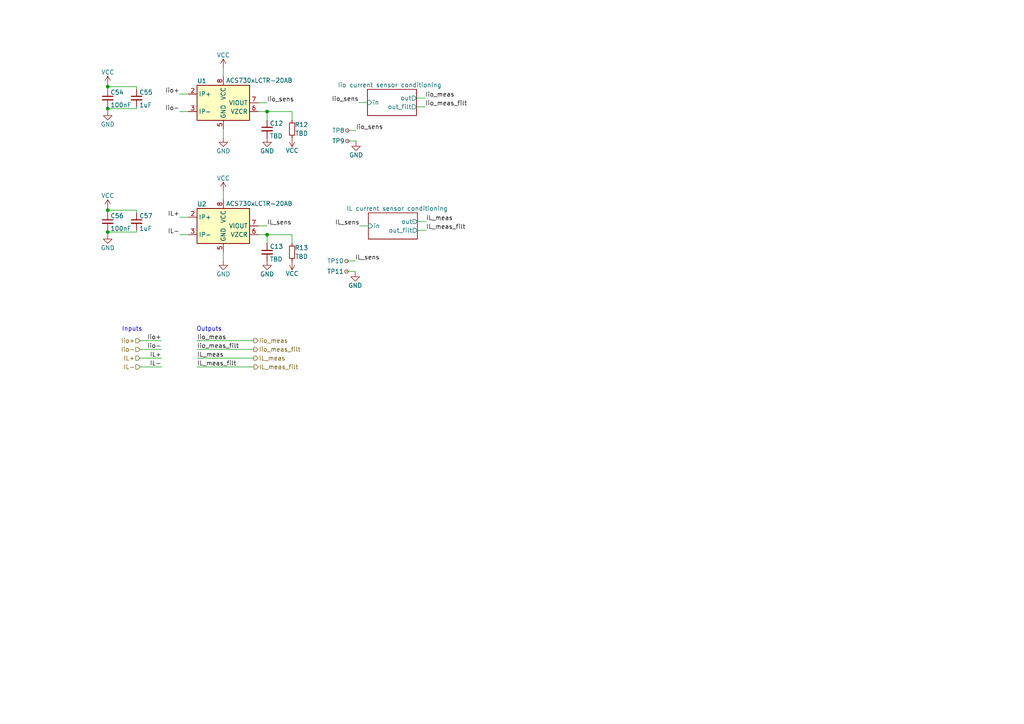
<source format=kicad_sch>
(kicad_sch (version 20211123) (generator eeschema)
  (paper "A4")
  (lib_symbols
    (symbol "Connector:TestPoint_Small" (pin_numbers hide) (pin_names (offset 0.762) hide)
      (property "Reference" "TP" (at 0 3.81 0))
      (property "Value" "TestPoint_Small" (at 0 2.032 0))
      (symbol "TestPoint_Small_0_1"
        (circle (center 0 0) (radius 0.508))
      )
      (symbol "TestPoint_Small_1_1"
        (pin passive line (at 0 0 90) (length 0) (name "1") (number "1"))
      )
    )
    (symbol "Device:C_Small" (pin_numbers hide) (pin_names (offset 0.254) hide)
      (property "Reference" "C" (at 0.254 1.778 0))
      (property "Value" "C_Small" (at 0.254 -2.032 0))
      (symbol "C_Small_0_1"
        (polyline (pts (xy -1.524 -0.508) (xy 1.524 -0.508)) (stroke (width 0.3302)))
        (polyline (pts (xy -1.524 0.508) (xy 1.524 0.508)) (stroke (width 0.3048)))
      )
      (symbol "C_Small_1_1"
        (pin passive line (at 0 2.54 270) (length 2.032) (name "~") (number "1"))
        (pin passive line (at 0 -2.54 90) (length 2.032) (name "~") (number "2"))
      )
    )
    (symbol "Device:R_Small" (pin_numbers hide) (pin_names (offset 0.254) hide)
      (property "Reference" "R" (at 0.762 0.508 0))
      (property "Value" "R_Small" (at 0.762 -1.016 0))
      (symbol "R_Small_0_1"
        (rectangle (start -0.762 1.778) (end 0.762 -1.778) (stroke (width 0.2032)))
      )
      (symbol "R_Small_1_1"
        (pin passive line (at 0 2.54 270) (length 0.762) (name "~") (number "1"))
        (pin passive line (at 0 -2.54 90) (length 0.762) (name "~") (number "2"))
      )
    )
    (symbol "Sensor_Current:ACS730xLCTR-20AB"
      (property "Reference" "U" (at -7.62 6.35 0))
      (property "Value" "ACS730xLCTR-20AB" (at 1.27 6.35 0))
      (symbol "ACS730xLCTR-20AB_0_1"
        (rectangle (start -7.62 5.08) (end 7.62 -5.08) (stroke (width 0.254)) (fill (type background)))
      )
      (symbol "ACS730xLCTR-20AB_1_1"
        (pin passive line (at -10.16 2.54 0) (length 2.54) hide (name "IP+") (number "1"))
        (pin passive line (at -10.16 2.54 0) (length 2.54) (name "IP+") (number "2"))
        (pin passive line (at -10.16 -2.54 0) (length 2.54) (name "IP-") (number "3"))
        (pin passive line (at -10.16 -2.54 0) (length 2.54) hide (name "IP-") (number "4"))
        (pin power_in line (at 0 -7.62 90) (length 2.54) (name "GND") (number "5"))
        (pin passive line (at 10.16 -2.54 180) (length 2.54) (name "VZCR") (number "6"))
        (pin output line (at 10.16 0 180) (length 2.54) (name "VIOUT") (number "7"))
        (pin power_in line (at 0 7.62 270) (length 2.54) (name "VCC") (number "8"))
      )
    )
    (symbol "power:GND" (power) (pin_names (offset 0))
      (property "Value" "GND" (at 0 -3.81 0))
      (symbol "GND_0_1"
        (polyline (pts (xy 0 0) (xy 0 -1.27) (xy 1.27 -1.27) (xy 0 -2.54) (xy -1.27 -1.27) (xy 0 -1.27)))
      )
      (symbol "GND_1_1"
        (pin power_in line (at 0 0 270) (length 0) hide (name "GND") (number "1"))
      )
    )
    (symbol "power:VCC" (power) (pin_names (offset 0))
      (property "Value" "VCC" (at 0 3.81 0))
      (symbol "VCC_0_1"
        (polyline (pts (xy -0.762 1.27) (xy 0 2.54)))
        (polyline (pts (xy 0 0) (xy 0 2.54)))
        (polyline (pts (xy 0 2.54) (xy 0.762 1.27)))
      )
      (symbol "VCC_1_1"
        (pin power_in line (at 0 0 90) (length 0) hide (name "VCC") (number "1"))
      )
    )
  )
  (junction (at 31.242 25.146))
  (junction (at 77.47 32.3596))
  (junction (at 31.242 60.96))
  (junction (at 31.242 67.31))
  (junction (at 77.47 68.072))
  (junction (at 31.242 31.496))
  (wire (pts (xy 74.93 65.532) (xy 77.47 65.532)))
  (wire (pts (xy 39.624 30.988) (xy 39.624 31.496)))
  (wire (pts (xy 39.624 66.802) (xy 39.624 67.31)))
  (wire (pts (xy 39.624 25.908) (xy 39.624 25.146)))
  (wire (pts (xy 64.77 73.152) (xy 64.77 75.692)))
  (wire (pts (xy 31.242 31.496) (xy 31.242 32.258)))
  (wire (pts (xy 100.4824 75.692) (xy 103.0224 75.692)))
  (wire (pts (xy 77.47 68.072) (xy 84.709 68.072)))
  (wire (pts (xy 52.07 68.072) (xy 54.61 68.072)))
  (wire (pts (xy 120.8024 30.988) (xy 123.3424 30.988)))
  (wire (pts (xy 31.242 60.452) (xy 31.242 60.96)))
  (wire (pts (xy 46.8376 106.426) (xy 40.64 106.426)))
  (wire (pts (xy 64.77 19.6596) (xy 64.77 22.1996)))
  (wire (pts (xy 77.47 32.3596) (xy 84.709 32.3596)))
  (wire (pts (xy 104.0384 29.718) (xy 106.5784 29.718)))
  (wire (pts (xy 31.242 67.31) (xy 31.242 68.072)))
  (wire (pts (xy 121.0564 64.262) (xy 123.5964 64.262)))
  (wire (pts (xy 121.0564 66.802) (xy 123.5964 66.802)))
  (wire (pts (xy 31.242 25.146) (xy 31.242 25.908)))
  (wire (pts (xy 57.15 103.886) (xy 73.6092 103.886)))
  (wire (pts (xy 74.93 68.072) (xy 77.47 68.072)))
  (wire (pts (xy 84.709 32.3596) (xy 84.709 34.8996)))
  (wire (pts (xy 31.242 66.802) (xy 31.242 67.31)))
  (wire (pts (xy 64.77 37.4396) (xy 64.77 39.9796)))
  (wire (pts (xy 46.8376 101.346) (xy 40.64 101.346)))
  (wire (pts (xy 39.624 61.722) (xy 39.624 60.96)))
  (wire (pts (xy 31.242 24.638) (xy 31.242 25.146)))
  (wire (pts (xy 77.47 32.3596) (xy 77.47 34.8996)))
  (wire (pts (xy 52.07 62.992) (xy 54.61 62.992)))
  (wire (pts (xy 39.624 31.496) (xy 31.242 31.496)))
  (wire (pts (xy 120.8024 28.448) (xy 123.3424 28.448)))
  (wire (pts (xy 31.242 30.988) (xy 31.242 31.496)))
  (wire (pts (xy 46.8376 98.806) (xy 40.64 98.806)))
  (wire (pts (xy 52.07 32.3596) (xy 54.61 32.3596)))
  (wire (pts (xy 52.07 27.2796) (xy 54.61 27.2796)))
  (wire (pts (xy 84.709 68.072) (xy 84.709 70.612)))
  (wire (pts (xy 39.624 67.31) (xy 31.242 67.31)))
  (wire (pts (xy 100.7364 40.894) (xy 103.2764 40.894)))
  (wire (pts (xy 57.15 106.426) (xy 73.66 106.426)))
  (wire (pts (xy 100.4824 78.74) (xy 103.0224 78.74)))
  (wire (pts (xy 64.77 55.372) (xy 64.77 57.912)))
  (wire (pts (xy 100.7364 37.846) (xy 103.2764 37.846)))
  (wire (pts (xy 103.0224 78.74) (xy 103.0224 78.994)))
  (wire (pts (xy 77.47 68.072) (xy 77.47 70.612)))
  (wire (pts (xy 104.2924 65.532) (xy 106.8324 65.532)))
  (wire (pts (xy 39.624 25.146) (xy 31.242 25.146)))
  (wire (pts (xy 57.15 98.806) (xy 73.6092 98.806)))
  (wire (pts (xy 46.8376 103.886) (xy 40.64 103.886)))
  (wire (pts (xy 39.624 60.96) (xy 31.242 60.96)))
  (wire (pts (xy 57.15 101.346) (xy 73.6092 101.346)))
  (wire (pts (xy 31.242 60.96) (xy 31.242 61.722)))
  (wire (pts (xy 103.2764 40.894) (xy 103.2764 41.148)))
  (wire (pts (xy 74.93 32.3596) (xy 77.47 32.3596)))
  (wire (pts (xy 74.93 29.8196) (xy 77.47 29.8196)))
  (text "Outputs" (at 56.9468 96.266 0) (effects (font (size 1.27 1.27)) (justify left bottom)))
  (text "Inputs" (at 35.306 96.266 0) (effects (font (size 1.27 1.27)) (justify left bottom)))
  (label "IL_meas_filt" (at 123.5964 66.802 0))
  (label "IL_meas" (at 57.15 103.886 0))
  (label "Iio+" (at 52.07 27.2796 180))
  (label "IL_sens" (at 103.0224 75.692 0))
  (label "IL_sens" (at 77.47 65.532 0))
  (label "IL+" (at 46.8376 103.886 180))
  (label "Iio_meas_filt" (at 57.15 101.346 0))
  (label "IL+" (at 52.07 62.992 180))
  (label "IL_meas_filt" (at 57.15 106.426 0))
  (label "Iio_meas" (at 57.15 98.806 0))
  (label "Iio_sens" (at 77.47 29.8196 0))
  (label "IL_meas" (at 123.5964 64.262 0))
  (label "Iio_sens" (at 104.0384 29.718 180))
  (label "Iio-" (at 46.8376 101.346 180))
  (label "IL-" (at 46.8376 106.426 180))
  (label "Iio+" (at 46.8376 98.806 180))
  (label "Iio_meas_filt" (at 123.3424 30.988 0))
  (label "IL-" (at 52.07 68.072 180))
  (label "Iio_meas" (at 123.3424 28.448 0))
  (label "Iio_sens" (at 103.2764 37.846 0))
  (label "IL_sens" (at 104.2924 65.532 180))
  (label "Iio-" (at 52.07 32.3596 180))
  (hierarchical_label "Iio-" (shape input) (at 40.64 101.346 180))
  (hierarchical_label "IL+" (shape input) (at 40.64 103.886 180))
  (hierarchical_label "IL-" (shape input) (at 40.64 106.426 180))
  (hierarchical_label "IL_meas" (shape output) (at 73.6092 103.886 0))
  (hierarchical_label "IL_meas_filt" (shape output) (at 73.66 106.426 0))
  (hierarchical_label "Iio_meas" (shape output) (at 73.6092 98.806 0))
  (hierarchical_label "Iio+" (shape input) (at 40.64 98.806 180))
  (hierarchical_label "Iio_meas_filt" (shape output) (at 73.6092 101.346 0))
  (symbol (lib_id "power:GND") (at 103.0224 78.994 0) (unit 1)
    (property "Reference" "#PWR0136" (effects hide))
    (property "Value" "GND" (at 103.0224 82.804 0))
  )
  (symbol (lib_id "power:VCC") (at 84.709 39.9796 180) (unit 1)
    (property "Reference" "#PWR0129" (effects hide))
    (property "Value" "VCC" (at 84.709 43.6626 0))
  )
  (symbol (lib_id "power:GND") (at 103.2764 41.148 0) (unit 1)
    (property "Reference" "#PWR0132" (effects hide))
    (property "Value" "GND" (at 103.2764 44.958 0))
  )
  (symbol (lib_id "power:GND") (at 64.77 39.9796 0) (unit 1)
    (property "Reference" "#PWR0130" (effects hide))
    (property "Value" "GND" (at 64.77 43.7896 0))
  )
  (symbol (lib_id "Connector:TestPoint_Small") (at 100.4824 75.692 90) (unit 1)
    (property "Reference" "TP10" (at 99.7204 75.692 90) (effects (justify left)))
    (property "Value" "TestPoint_Small" (effects hide))
    (property "Footprint" "TestPoint:TestPoint_Pad_1.5x1.5mm" (effects hide))
  )
  (symbol (lib_id "Connector:TestPoint_Small") (at 100.7364 37.846 90) (unit 1)
    (property "Reference" "TP8" (at 99.9744 37.846 90) (effects (justify left)))
    (property "Value" "TestPoint_Small" (effects hide))
    (property "Footprint" "TestPoint:TestPoint_Pad_1.5x1.5mm" (effects hide))
  )
  (symbol (lib_id "Device:C_Small") (at 77.47 37.4396 0) (unit 1)
    (property "Reference" "C12" (at 78.232 35.7886 0) (effects (justify left)))
    (property "Value" "TBD" (at 78.232 39.4716 0) (effects (justify left)))
    (property "Footprint" "Capacitor_SMD:C_0805_2012Metric_Pad1.18x1.45mm_HandSolder" (effects hide))
  )
  (symbol (lib_id "Sensor_Current:ACS730xLCTR-20AB") (at 64.77 65.532 0) (unit 1)
    (property "Reference" "U2" (at 57.15 59.182 0) (effects (justify left)))
    (property "Value" "ACS730xLCTR-20AB" (at 65.532 59.055 0) (effects (justify left)))
    (property "Footprint" "Package_SO:SOIC-8_3.9x4.9mm_P1.27mm" (effects hide))
    (property "Datasheet" "http://www.allegromicro.com/~/media/Files/Datasheets/ACS730-Datasheet.ashx?la=en" (effects hide))
  )
  (symbol (lib_id "power:GND") (at 77.47 75.692 0) (unit 1)
    (property "Reference" "#PWR0134" (effects hide))
    (property "Value" "GND" (at 77.47 79.502 0))
  )
  (symbol (lib_id "power:VCC") (at 31.242 24.638 0) (unit 1)
    (property "Reference" "#PWR01" (effects hide))
    (property "Value" "VCC" (at 31.242 20.955 0))
  )
  (symbol (lib_id "power:VCC") (at 64.77 19.6596 0) (unit 1)
    (property "Reference" "#PWR0127" (effects hide))
    (property "Value" "VCC" (at 64.77 15.9766 0))
  )
  (symbol (lib_id "Device:C_Small") (at 39.624 28.448 0) (unit 1)
    (property "Reference" "C55" (at 40.386 26.797 0) (effects (justify left)))
    (property "Value" "1uF" (at 40.386 30.48 0) (effects (justify left)))
    (property "Footprint" "Capacitor_SMD:C_0805_2012Metric_Pad1.18x1.45mm_HandSolder" (effects hide))
  )
  (symbol (lib_id "power:GND") (at 77.47 39.9796 0) (unit 1)
    (property "Reference" "#PWR0131" (effects hide))
    (property "Value" "GND" (at 77.47 43.7896 0))
  )
  (symbol (lib_id "Device:R_Small") (at 84.709 37.4396 0) (unit 1)
    (property "Reference" "R12" (at 85.471 36.1696 0) (effects (justify left)))
    (property "Value" "TBD" (at 85.598 38.7096 0) (effects (justify left)))
    (property "Footprint" "Resistor_SMD:R_0805_2012Metric_Pad1.20x1.40mm_HandSolder" (effects hide))
  )
  (symbol (lib_id "Connector:TestPoint_Small") (at 100.4824 78.74 90) (unit 1)
    (property "Reference" "TP11" (at 99.7204 78.74 90) (effects (justify left)))
    (property "Value" "TestPoint_Small" (effects hide))
    (property "Footprint" "TestPoint:TestPoint_Pad_1.5x1.5mm" (effects hide))
  )
  (symbol (lib_id "power:VCC") (at 31.242 60.452 0) (unit 1)
    (property "Reference" "#PWR03" (effects hide))
    (property "Value" "VCC" (at 31.242 56.769 0))
  )
  (symbol (lib_id "power:VCC") (at 64.77 55.372 0) (unit 1)
    (property "Reference" "#PWR0128" (effects hide))
    (property "Value" "VCC" (at 64.77 51.689 0))
  )
  (symbol (lib_id "power:GND") (at 64.77 75.692 0) (unit 1)
    (property "Reference" "#PWR0133" (effects hide))
    (property "Value" "GND" (at 64.77 79.502 0))
  )
  (symbol (lib_id "power:GND") (at 31.242 32.258 0) (unit 1)
    (property "Reference" "#PWR02" (effects hide))
    (property "Value" "GND" (at 31.242 36.068 0))
  )
  (symbol (lib_id "Device:C_Small") (at 77.47 73.152 0) (unit 1)
    (property "Reference" "C13" (at 78.232 71.501 0) (effects (justify left)))
    (property "Value" "TBD" (at 78.232 75.184 0) (effects (justify left)))
    (property "Footprint" "Capacitor_SMD:C_0805_2012Metric_Pad1.18x1.45mm_HandSolder" (effects hide))
  )
  (symbol (lib_id "Device:C_Small") (at 31.242 64.262 0) (unit 1)
    (property "Reference" "C56" (at 32.004 62.611 0) (effects (justify left)))
    (property "Value" "100nF" (at 32.004 66.294 0) (effects (justify left)))
    (property "Footprint" "Capacitor_SMD:C_0805_2012Metric_Pad1.18x1.45mm_HandSolder" (effects hide))
  )
  (symbol (lib_id "Device:R_Small") (at 84.709 73.152 0) (unit 1)
    (property "Reference" "R13" (at 85.471 71.882 0) (effects (justify left)))
    (property "Value" "TBD" (at 85.598 74.422 0) (effects (justify left)))
    (property "Footprint" "Resistor_SMD:R_0805_2012Metric_Pad1.20x1.40mm_HandSolder" (effects hide))
  )
  (symbol (lib_id "Device:C_Small") (at 39.624 64.262 0) (unit 1)
    (property "Reference" "C57" (at 40.386 62.611 0) (effects (justify left)))
    (property "Value" "1uF" (at 40.386 66.294 0) (effects (justify left)))
    (property "Footprint" "Capacitor_SMD:C_0805_2012Metric_Pad1.18x1.45mm_HandSolder" (effects hide))
  )
  (symbol (lib_id "Connector:TestPoint_Small") (at 100.7364 40.894 90) (unit 1)
    (property "Reference" "TP9" (at 99.9744 40.894 90) (effects (justify left)))
    (property "Value" "TestPoint_Small" (effects hide))
    (property "Footprint" "TestPoint:TestPoint_Pad_1.5x1.5mm" (effects hide))
  )
  (symbol (lib_id "Device:C_Small") (at 31.242 28.448 0) (unit 1)
    (property "Reference" "C54" (at 32.004 26.797 0) (effects (justify left)))
    (property "Value" "100nF" (at 32.004 30.48 0) (effects (justify left)))
    (property "Footprint" "Capacitor_SMD:C_0805_2012Metric_Pad1.18x1.45mm_HandSolder" (effects hide))
  )
  (symbol (lib_id "power:VCC") (at 84.709 75.692 180) (unit 1)
    (property "Reference" "#PWR0135" (effects hide))
    (property "Value" "VCC" (at 84.709 79.375 0))
  )
  (symbol (lib_id "power:GND") (at 31.242 68.072 0) (unit 1)
    (property "Reference" "#PWR04" (effects hide))
    (property "Value" "GND" (at 31.242 71.882 0))
  )
  (symbol (lib_id "Sensor_Current:ACS730xLCTR-20AB") (at 64.77 29.8196 0) (unit 1)
    (property "Reference" "U1" (at 57.15 23.4696 0) (effects (justify left)))
    (property "Value" "ACS730xLCTR-20AB" (at 65.532 23.3426 0) (effects (justify left)))
    (property "Footprint" "Package_SO:SOIC-8_3.9x4.9mm_P1.27mm" (effects hide))
    (property "Datasheet" "http://www.allegromicro.com/~/media/Files/Datasheets/ACS730-Datasheet.ashx?la=en" (effects hide))
  )
  (sheet (at 106.5784 25.908) (size 14.224 7.62) (stroke (width 0.1524))
    (property "Sheet name" "Iio current sensor conditioning" (at 97.9424 25.4 0) (effects (justify left bottom)))
    (property "Sheet file" "curr_sens_cond.kicad_sch" (effects hide))
    (pin "out" output (at 120.8024 28.448 0))
    (pin "out_filt" output (at 120.8024 30.988 0))
    (pin "in" input (at 106.5784 29.718 180))
  )
  (sheet (at 106.8324 61.722) (size 14.224 7.62) (stroke (width 0.1524))
    (property "Sheet name" "IL current sensor conditioning" (at 100.4824 61.214 0) (effects (justify left bottom)))
    (property "Sheet file" "curr_sens_cond.kicad_sch" (effects hide))
    (pin "out" output (at 121.0564 64.262 0))
    (pin "out_filt" output (at 121.0564 66.802 0))
    (pin "in" input (at 106.8324 65.532 180))
  )
)
</source>
